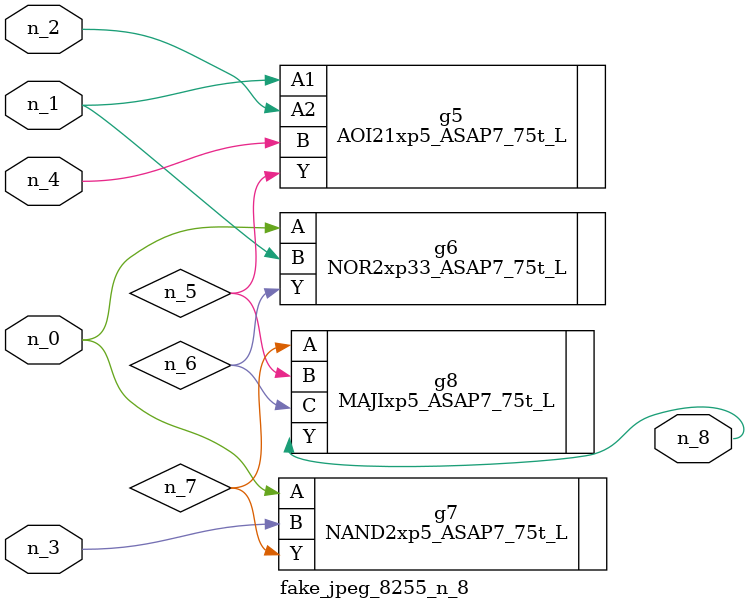
<source format=v>
module fake_jpeg_8255_n_8 (n_3, n_2, n_1, n_0, n_4, n_8);

input n_3;
input n_2;
input n_1;
input n_0;
input n_4;

output n_8;

wire n_6;
wire n_5;
wire n_7;

AOI21xp5_ASAP7_75t_L g5 ( 
.A1(n_1),
.A2(n_2),
.B(n_4),
.Y(n_5)
);

NOR2xp33_ASAP7_75t_L g6 ( 
.A(n_0),
.B(n_1),
.Y(n_6)
);

NAND2xp5_ASAP7_75t_L g7 ( 
.A(n_0),
.B(n_3),
.Y(n_7)
);

MAJIxp5_ASAP7_75t_L g8 ( 
.A(n_7),
.B(n_5),
.C(n_6),
.Y(n_8)
);


endmodule
</source>
